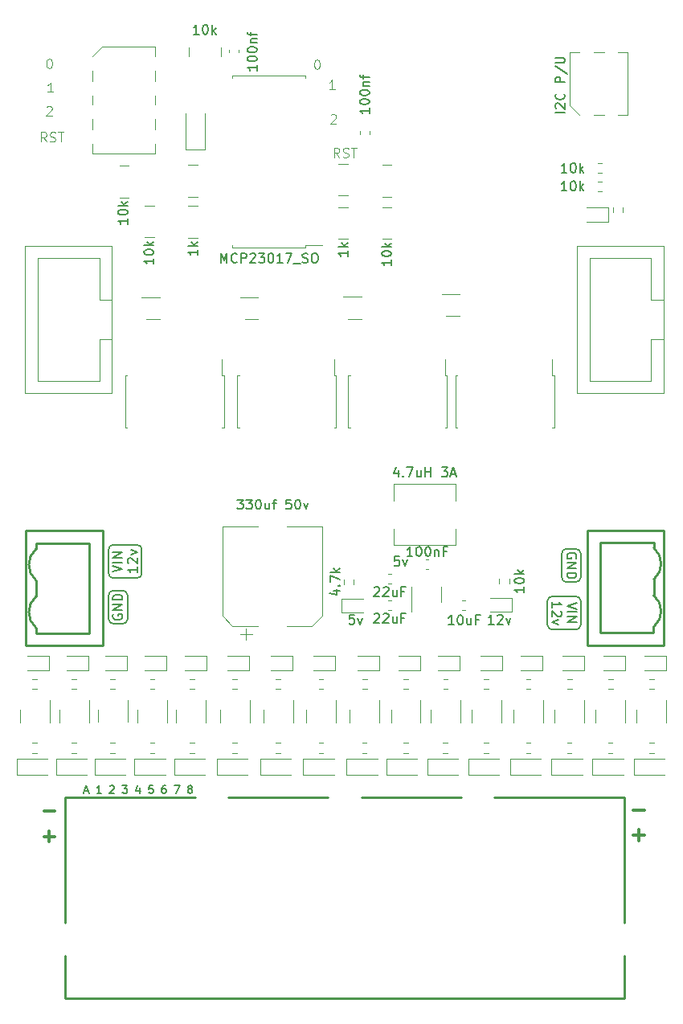
<source format=gto>
G04 #@! TF.GenerationSoftware,KiCad,Pcbnew,(6.0.9)*
G04 #@! TF.CreationDate,2023-11-09T13:34:06+05:30*
G04 #@! TF.ProjectId,Modular-I2C-4PxRJ45-Relay-Driver,4d6f6475-6c61-4722-9d49-32432d345078,2*
G04 #@! TF.SameCoordinates,Original*
G04 #@! TF.FileFunction,Legend,Top*
G04 #@! TF.FilePolarity,Positive*
%FSLAX46Y46*%
G04 Gerber Fmt 4.6, Leading zero omitted, Abs format (unit mm)*
G04 Created by KiCad (PCBNEW (6.0.9)) date 2023-11-09 13:34:06*
%MOMM*%
%LPD*%
G01*
G04 APERTURE LIST*
%ADD10C,0.150000*%
%ADD11C,0.200000*%
%ADD12C,0.125000*%
%ADD13C,0.300000*%
%ADD14C,0.120000*%
%ADD15C,0.254000*%
%ADD16C,0.100000*%
G04 APERTURE END LIST*
D10*
X126244900Y-84379400D02*
G75*
G03*
X126744900Y-83879400I0J500000D01*
G01*
X170992047Y-84489153D02*
G75*
G03*
X171492047Y-84989153I499953J-47D01*
G01*
X128244900Y-76564400D02*
G75*
G03*
X127744900Y-76064400I-500000J0D01*
G01*
X174492047Y-81989153D02*
X174492047Y-84489153D01*
X173992047Y-79989153D02*
X172992047Y-79989153D01*
X127744900Y-79564400D02*
X125244900Y-79564400D01*
X125244900Y-80879400D02*
G75*
G03*
X124744900Y-81379400I0J-500000D01*
G01*
X125244900Y-76064400D02*
X127744900Y-76064400D01*
X126744900Y-81379400D02*
G75*
G03*
X126244900Y-80879400I-500000J0D01*
G01*
X174492047Y-81989153D02*
G75*
G03*
X173992047Y-81489153I-500047J-47D01*
G01*
X173992047Y-79989247D02*
G75*
G03*
X174492047Y-79489153I-47J500047D01*
G01*
X171492047Y-81489247D02*
G75*
G03*
X170992047Y-81989153I-47J-499953D01*
G01*
X172492047Y-79489153D02*
G75*
G03*
X172992047Y-79989153I499953J-47D01*
G01*
X170992047Y-84489153D02*
X170992047Y-81989153D01*
X126744900Y-81379400D02*
X126744900Y-83879400D01*
X172492047Y-79489153D02*
X172492047Y-76989153D01*
X124744900Y-79064400D02*
X124744900Y-76564400D01*
X125244900Y-80879400D02*
X126244900Y-80879400D01*
X173992047Y-84989247D02*
G75*
G03*
X174492047Y-84489153I-47J500047D01*
G01*
X127744900Y-79564400D02*
G75*
G03*
X128244900Y-79064400I0J500000D01*
G01*
X124744900Y-83879400D02*
G75*
G03*
X125244900Y-84379400I500000J0D01*
G01*
X172992047Y-76489247D02*
G75*
G03*
X172492047Y-76989153I-47J-499953D01*
G01*
X173992047Y-76489153D02*
X172992047Y-76489153D01*
X173992047Y-84989153D02*
X171492047Y-84989153D01*
X171492047Y-81489153D02*
X173992047Y-81489153D01*
X174492047Y-79489153D02*
X174492047Y-76989153D01*
X124744900Y-81379400D02*
X124744900Y-83879400D01*
X125244900Y-84379400D02*
X126244900Y-84379400D01*
X124744900Y-79064400D02*
G75*
G03*
X125244900Y-79564400I500000J0D01*
G01*
X128244900Y-76564400D02*
X128244900Y-79064400D01*
X174492047Y-76989153D02*
G75*
G03*
X173992047Y-76489153I-500047J-47D01*
G01*
X125244900Y-76064400D02*
G75*
G03*
X124744900Y-76564400I0J-500000D01*
G01*
D11*
X122212809Y-101987333D02*
X122593761Y-101987333D01*
X122136619Y-102215904D02*
X122403285Y-101415904D01*
X122669952Y-102215904D01*
X123965190Y-102215904D02*
X123508047Y-102215904D01*
X123736619Y-102215904D02*
X123736619Y-101415904D01*
X123660428Y-101530190D01*
X123584238Y-101606380D01*
X123508047Y-101644476D01*
X124879476Y-101492095D02*
X124917571Y-101454000D01*
X124993761Y-101415904D01*
X125184238Y-101415904D01*
X125260428Y-101454000D01*
X125298523Y-101492095D01*
X125336619Y-101568285D01*
X125336619Y-101644476D01*
X125298523Y-101758761D01*
X124841380Y-102215904D01*
X125336619Y-102215904D01*
X126212809Y-101415904D02*
X126708047Y-101415904D01*
X126441380Y-101720666D01*
X126555666Y-101720666D01*
X126631857Y-101758761D01*
X126669952Y-101796857D01*
X126708047Y-101873047D01*
X126708047Y-102063523D01*
X126669952Y-102139714D01*
X126631857Y-102177809D01*
X126555666Y-102215904D01*
X126327095Y-102215904D01*
X126250904Y-102177809D01*
X126212809Y-102139714D01*
X128003285Y-101682571D02*
X128003285Y-102215904D01*
X127812809Y-101377809D02*
X127622333Y-101949238D01*
X128117571Y-101949238D01*
X129412809Y-101415904D02*
X129031857Y-101415904D01*
X128993761Y-101796857D01*
X129031857Y-101758761D01*
X129108047Y-101720666D01*
X129298523Y-101720666D01*
X129374714Y-101758761D01*
X129412809Y-101796857D01*
X129450904Y-101873047D01*
X129450904Y-102063523D01*
X129412809Y-102139714D01*
X129374714Y-102177809D01*
X129298523Y-102215904D01*
X129108047Y-102215904D01*
X129031857Y-102177809D01*
X128993761Y-102139714D01*
X130746142Y-101415904D02*
X130593761Y-101415904D01*
X130517571Y-101454000D01*
X130479476Y-101492095D01*
X130403285Y-101606380D01*
X130365190Y-101758761D01*
X130365190Y-102063523D01*
X130403285Y-102139714D01*
X130441380Y-102177809D01*
X130517571Y-102215904D01*
X130669952Y-102215904D01*
X130746142Y-102177809D01*
X130784238Y-102139714D01*
X130822333Y-102063523D01*
X130822333Y-101873047D01*
X130784238Y-101796857D01*
X130746142Y-101758761D01*
X130669952Y-101720666D01*
X130517571Y-101720666D01*
X130441380Y-101758761D01*
X130403285Y-101796857D01*
X130365190Y-101873047D01*
X131698523Y-101415904D02*
X132231857Y-101415904D01*
X131889000Y-102215904D01*
X133260428Y-101758761D02*
X133184238Y-101720666D01*
X133146142Y-101682571D01*
X133108047Y-101606380D01*
X133108047Y-101568285D01*
X133146142Y-101492095D01*
X133184238Y-101454000D01*
X133260428Y-101415904D01*
X133412809Y-101415904D01*
X133489000Y-101454000D01*
X133527095Y-101492095D01*
X133565190Y-101568285D01*
X133565190Y-101606380D01*
X133527095Y-101682571D01*
X133489000Y-101720666D01*
X133412809Y-101758761D01*
X133260428Y-101758761D01*
X133184238Y-101796857D01*
X133146142Y-101834952D01*
X133108047Y-101911142D01*
X133108047Y-102063523D01*
X133146142Y-102139714D01*
X133184238Y-102177809D01*
X133260428Y-102215904D01*
X133412809Y-102215904D01*
X133489000Y-102177809D01*
X133527095Y-102139714D01*
X133565190Y-102063523D01*
X133565190Y-101911142D01*
X133527095Y-101834952D01*
X133489000Y-101796857D01*
X133412809Y-101758761D01*
D12*
X118197380Y-33599380D02*
X117864047Y-33123190D01*
X117625952Y-33599380D02*
X117625952Y-32599380D01*
X118006904Y-32599380D01*
X118102142Y-32647000D01*
X118149761Y-32694619D01*
X118197380Y-32789857D01*
X118197380Y-32932714D01*
X118149761Y-33027952D01*
X118102142Y-33075571D01*
X118006904Y-33123190D01*
X117625952Y-33123190D01*
X118578333Y-33551761D02*
X118721190Y-33599380D01*
X118959285Y-33599380D01*
X119054523Y-33551761D01*
X119102142Y-33504142D01*
X119149761Y-33408904D01*
X119149761Y-33313666D01*
X119102142Y-33218428D01*
X119054523Y-33170809D01*
X118959285Y-33123190D01*
X118768809Y-33075571D01*
X118673571Y-33027952D01*
X118625952Y-32980333D01*
X118578333Y-32885095D01*
X118578333Y-32789857D01*
X118625952Y-32694619D01*
X118673571Y-32647000D01*
X118768809Y-32599380D01*
X119006904Y-32599380D01*
X119149761Y-32647000D01*
X119435476Y-32599380D02*
X120006904Y-32599380D01*
X119721190Y-33599380D02*
X119721190Y-32599380D01*
X148151885Y-30789619D02*
X148199504Y-30742000D01*
X148294742Y-30694380D01*
X148532838Y-30694380D01*
X148628076Y-30742000D01*
X148675695Y-30789619D01*
X148723314Y-30884857D01*
X148723314Y-30980095D01*
X148675695Y-31122952D01*
X148104266Y-31694380D01*
X148723314Y-31694380D01*
X118903714Y-28355180D02*
X118332285Y-28355180D01*
X118618000Y-28355180D02*
X118618000Y-27355180D01*
X118522761Y-27498038D01*
X118427523Y-27593276D01*
X118332285Y-27640895D01*
D13*
X180022571Y-103993142D02*
X181165428Y-103993142D01*
D10*
X173992047Y-77477248D02*
X174039666Y-77382010D01*
X174039666Y-77239153D01*
X173992047Y-77096295D01*
X173896808Y-77001057D01*
X173801570Y-76953438D01*
X173611094Y-76905819D01*
X173468237Y-76905819D01*
X173277761Y-76953438D01*
X173182523Y-77001057D01*
X173087285Y-77096295D01*
X173039666Y-77239153D01*
X173039666Y-77334391D01*
X173087285Y-77477248D01*
X173134904Y-77524867D01*
X173468237Y-77524867D01*
X173468237Y-77334391D01*
X173039666Y-77953438D02*
X174039666Y-77953438D01*
X173039666Y-78524867D01*
X174039666Y-78524867D01*
X173039666Y-79001057D02*
X174039666Y-79001057D01*
X174039666Y-79239153D01*
X173992047Y-79382010D01*
X173896808Y-79477248D01*
X173801570Y-79524867D01*
X173611094Y-79572486D01*
X173468237Y-79572486D01*
X173277761Y-79524867D01*
X173182523Y-79477248D01*
X173087285Y-79382010D01*
X173039666Y-79239153D01*
X173039666Y-79001057D01*
X126741180Y-41692438D02*
X126741180Y-42263866D01*
X126741180Y-41978152D02*
X125741180Y-41978152D01*
X125884038Y-42073390D01*
X125979276Y-42168628D01*
X126026895Y-42263866D01*
X125741180Y-41073390D02*
X125741180Y-40978152D01*
X125788800Y-40882914D01*
X125836419Y-40835295D01*
X125931657Y-40787676D01*
X126122133Y-40740057D01*
X126360228Y-40740057D01*
X126550704Y-40787676D01*
X126645942Y-40835295D01*
X126693561Y-40882914D01*
X126741180Y-40978152D01*
X126741180Y-41073390D01*
X126693561Y-41168628D01*
X126645942Y-41216247D01*
X126550704Y-41263866D01*
X126360228Y-41311485D01*
X126122133Y-41311485D01*
X125931657Y-41263866D01*
X125836419Y-41216247D01*
X125788800Y-41168628D01*
X125741180Y-41073390D01*
X126741180Y-40311485D02*
X125741180Y-40311485D01*
X126360228Y-40216247D02*
X126741180Y-39930533D01*
X126074514Y-39930533D02*
X126455466Y-40311485D01*
X172816780Y-30539961D02*
X171816780Y-30539961D01*
X171912019Y-30111390D02*
X171864400Y-30063771D01*
X171816780Y-29968533D01*
X171816780Y-29730438D01*
X171864400Y-29635200D01*
X171912019Y-29587580D01*
X172007257Y-29539961D01*
X172102495Y-29539961D01*
X172245352Y-29587580D01*
X172816780Y-30159009D01*
X172816780Y-29539961D01*
X172721542Y-28539961D02*
X172769161Y-28587580D01*
X172816780Y-28730438D01*
X172816780Y-28825676D01*
X172769161Y-28968533D01*
X172673923Y-29063771D01*
X172578685Y-29111390D01*
X172388209Y-29159009D01*
X172245352Y-29159009D01*
X172054876Y-29111390D01*
X171959638Y-29063771D01*
X171864400Y-28968533D01*
X171816780Y-28825676D01*
X171816780Y-28730438D01*
X171864400Y-28587580D01*
X171912019Y-28539961D01*
X172816780Y-27349485D02*
X171816780Y-27349485D01*
X171816780Y-26968533D01*
X171864400Y-26873295D01*
X171912019Y-26825676D01*
X172007257Y-26778057D01*
X172150114Y-26778057D01*
X172245352Y-26825676D01*
X172292971Y-26873295D01*
X172340590Y-26968533D01*
X172340590Y-27349485D01*
X171769161Y-25635200D02*
X173054876Y-26492342D01*
X171816780Y-25301866D02*
X172626304Y-25301866D01*
X172721542Y-25254247D01*
X172769161Y-25206628D01*
X172816780Y-25111390D01*
X172816780Y-24920914D01*
X172769161Y-24825676D01*
X172721542Y-24778057D01*
X172626304Y-24730438D01*
X171816780Y-24730438D01*
X174094666Y-82143914D02*
X173094666Y-82477248D01*
X174094666Y-82810581D01*
X173094666Y-83143914D02*
X174094666Y-83143914D01*
X173094666Y-83620105D02*
X174094666Y-83620105D01*
X173094666Y-84191533D01*
X174094666Y-84191533D01*
X171484666Y-82667724D02*
X171484666Y-82096295D01*
X171484666Y-82382010D02*
X172484666Y-82382010D01*
X172341808Y-82286772D01*
X172246570Y-82191533D01*
X172198951Y-82096295D01*
X172389427Y-83048676D02*
X172437047Y-83096295D01*
X172484666Y-83191533D01*
X172484666Y-83429629D01*
X172437047Y-83524867D01*
X172389427Y-83572486D01*
X172294189Y-83620105D01*
X172198951Y-83620105D01*
X172056094Y-83572486D01*
X171484666Y-83001057D01*
X171484666Y-83620105D01*
X172151332Y-83953438D02*
X171484666Y-84191533D01*
X172151332Y-84429629D01*
D13*
X180022571Y-106660142D02*
X181165428Y-106660142D01*
X180594000Y-107231571D02*
X180594000Y-106088714D01*
D10*
X125142280Y-78909638D02*
X126142280Y-78576304D01*
X125142280Y-78242971D01*
X126142280Y-77909638D02*
X125142280Y-77909638D01*
X126142280Y-77433447D02*
X125142280Y-77433447D01*
X126142280Y-76862019D01*
X125142280Y-76862019D01*
X127752280Y-78385828D02*
X127752280Y-78957257D01*
X127752280Y-78671542D02*
X126752280Y-78671542D01*
X126895138Y-78766780D01*
X126990376Y-78862019D01*
X127037995Y-78957257D01*
X126847519Y-78004876D02*
X126799900Y-77957257D01*
X126752280Y-77862019D01*
X126752280Y-77623923D01*
X126799900Y-77528685D01*
X126847519Y-77481066D01*
X126942757Y-77433447D01*
X127037995Y-77433447D01*
X127180852Y-77481066D01*
X127752280Y-78052495D01*
X127752280Y-77433447D01*
X127085614Y-77100114D02*
X127752280Y-76862019D01*
X127085614Y-76623923D01*
D12*
X146660730Y-24955180D02*
X146755969Y-24955180D01*
X146851207Y-25002800D01*
X146898826Y-25050419D01*
X146946445Y-25145657D01*
X146994064Y-25336133D01*
X146994064Y-25574228D01*
X146946445Y-25764704D01*
X146898826Y-25859942D01*
X146851207Y-25907561D01*
X146755969Y-25955180D01*
X146660730Y-25955180D01*
X146565492Y-25907561D01*
X146517873Y-25859942D01*
X146470254Y-25764704D01*
X146422635Y-25574228D01*
X146422635Y-25336133D01*
X146470254Y-25145657D01*
X146517873Y-25050419D01*
X146565492Y-25002800D01*
X146660730Y-24955180D01*
X118205285Y-29950419D02*
X118252904Y-29902800D01*
X118348142Y-29855180D01*
X118586238Y-29855180D01*
X118681476Y-29902800D01*
X118729095Y-29950419D01*
X118776714Y-30045657D01*
X118776714Y-30140895D01*
X118729095Y-30283752D01*
X118157666Y-30855180D01*
X118776714Y-30855180D01*
X148570914Y-28087580D02*
X147999485Y-28087580D01*
X148285200Y-28087580D02*
X148285200Y-27087580D01*
X148189961Y-27230438D01*
X148094723Y-27325676D01*
X147999485Y-27373295D01*
D10*
X125244900Y-83391304D02*
X125197280Y-83486542D01*
X125197280Y-83629400D01*
X125244900Y-83772257D01*
X125340138Y-83867495D01*
X125435376Y-83915114D01*
X125625852Y-83962733D01*
X125768709Y-83962733D01*
X125959185Y-83915114D01*
X126054423Y-83867495D01*
X126149661Y-83772257D01*
X126197280Y-83629400D01*
X126197280Y-83534161D01*
X126149661Y-83391304D01*
X126102042Y-83343685D01*
X125768709Y-83343685D01*
X125768709Y-83534161D01*
X126197280Y-82915114D02*
X125197280Y-82915114D01*
X126197280Y-82343685D01*
X125197280Y-82343685D01*
X126197280Y-81867495D02*
X125197280Y-81867495D01*
X125197280Y-81629400D01*
X125244900Y-81486542D01*
X125340138Y-81391304D01*
X125435376Y-81343685D01*
X125625852Y-81296066D01*
X125768709Y-81296066D01*
X125959185Y-81343685D01*
X126054423Y-81391304D01*
X126149661Y-81486542D01*
X126197280Y-81629400D01*
X126197280Y-81867495D01*
D12*
X149058380Y-35250380D02*
X148725047Y-34774190D01*
X148486952Y-35250380D02*
X148486952Y-34250380D01*
X148867904Y-34250380D01*
X148963142Y-34298000D01*
X149010761Y-34345619D01*
X149058380Y-34440857D01*
X149058380Y-34583714D01*
X149010761Y-34678952D01*
X148963142Y-34726571D01*
X148867904Y-34774190D01*
X148486952Y-34774190D01*
X149439333Y-35202761D02*
X149582190Y-35250380D01*
X149820285Y-35250380D01*
X149915523Y-35202761D01*
X149963142Y-35155142D01*
X150010761Y-35059904D01*
X150010761Y-34964666D01*
X149963142Y-34869428D01*
X149915523Y-34821809D01*
X149820285Y-34774190D01*
X149629809Y-34726571D01*
X149534571Y-34678952D01*
X149486952Y-34631333D01*
X149439333Y-34536095D01*
X149439333Y-34440857D01*
X149486952Y-34345619D01*
X149534571Y-34298000D01*
X149629809Y-34250380D01*
X149867904Y-34250380D01*
X150010761Y-34298000D01*
X150296476Y-34250380D02*
X150867904Y-34250380D01*
X150582190Y-35250380D02*
X150582190Y-34250380D01*
D13*
X117919571Y-106787142D02*
X119062428Y-106787142D01*
X118491000Y-107358571D02*
X118491000Y-106215714D01*
X117919571Y-104120142D02*
X119062428Y-104120142D01*
D12*
X118443380Y-24855180D02*
X118538619Y-24855180D01*
X118633857Y-24902800D01*
X118681476Y-24950419D01*
X118729095Y-25045657D01*
X118776714Y-25236133D01*
X118776714Y-25474228D01*
X118729095Y-25664704D01*
X118681476Y-25759942D01*
X118633857Y-25807561D01*
X118538619Y-25855180D01*
X118443380Y-25855180D01*
X118348142Y-25807561D01*
X118300523Y-25759942D01*
X118252904Y-25664704D01*
X118205285Y-25474228D01*
X118205285Y-25236133D01*
X118252904Y-25045657D01*
X118300523Y-24950419D01*
X118348142Y-24902800D01*
X118443380Y-24855180D01*
D10*
X165341371Y-84424780D02*
X164769942Y-84424780D01*
X165055657Y-84424780D02*
X165055657Y-83424780D01*
X164960419Y-83567638D01*
X164865180Y-83662876D01*
X164769942Y-83710495D01*
X165722323Y-83520019D02*
X165769942Y-83472400D01*
X165865180Y-83424780D01*
X166103276Y-83424780D01*
X166198514Y-83472400D01*
X166246133Y-83520019D01*
X166293752Y-83615257D01*
X166293752Y-83710495D01*
X166246133Y-83853352D01*
X165674704Y-84424780D01*
X166293752Y-84424780D01*
X166627085Y-83758114D02*
X166865180Y-84424780D01*
X167103276Y-83758114D01*
X129484380Y-45908838D02*
X129484380Y-46480266D01*
X129484380Y-46194552D02*
X128484380Y-46194552D01*
X128627238Y-46289790D01*
X128722476Y-46385028D01*
X128770095Y-46480266D01*
X128484380Y-45289790D02*
X128484380Y-45194552D01*
X128532000Y-45099314D01*
X128579619Y-45051695D01*
X128674857Y-45004076D01*
X128865333Y-44956457D01*
X129103428Y-44956457D01*
X129293904Y-45004076D01*
X129389142Y-45051695D01*
X129436761Y-45099314D01*
X129484380Y-45194552D01*
X129484380Y-45289790D01*
X129436761Y-45385028D01*
X129389142Y-45432647D01*
X129293904Y-45480266D01*
X129103428Y-45527885D01*
X128865333Y-45527885D01*
X128674857Y-45480266D01*
X128579619Y-45432647D01*
X128532000Y-45385028D01*
X128484380Y-45289790D01*
X129484380Y-44527885D02*
X128484380Y-44527885D01*
X129103428Y-44432647D02*
X129484380Y-44146933D01*
X128817714Y-44146933D02*
X129198666Y-44527885D01*
X168522180Y-80503638D02*
X168522180Y-81075066D01*
X168522180Y-80789352D02*
X167522180Y-80789352D01*
X167665038Y-80884590D01*
X167760276Y-80979828D01*
X167807895Y-81075066D01*
X167522180Y-79884590D02*
X167522180Y-79789352D01*
X167569800Y-79694114D01*
X167617419Y-79646495D01*
X167712657Y-79598876D01*
X167903133Y-79551257D01*
X168141228Y-79551257D01*
X168331704Y-79598876D01*
X168426942Y-79646495D01*
X168474561Y-79694114D01*
X168522180Y-79789352D01*
X168522180Y-79884590D01*
X168474561Y-79979828D01*
X168426942Y-80027447D01*
X168331704Y-80075066D01*
X168141228Y-80122685D01*
X167903133Y-80122685D01*
X167712657Y-80075066D01*
X167617419Y-80027447D01*
X167569800Y-79979828D01*
X167522180Y-79884590D01*
X168522180Y-79122685D02*
X167522180Y-79122685D01*
X168141228Y-79027447D02*
X168522180Y-78741733D01*
X167855514Y-78741733D02*
X168236466Y-79122685D01*
X150631542Y-83424780D02*
X150155352Y-83424780D01*
X150107733Y-83900971D01*
X150155352Y-83853352D01*
X150250590Y-83805733D01*
X150488685Y-83805733D01*
X150583923Y-83853352D01*
X150631542Y-83900971D01*
X150679161Y-83996209D01*
X150679161Y-84234304D01*
X150631542Y-84329542D01*
X150583923Y-84377161D01*
X150488685Y-84424780D01*
X150250590Y-84424780D01*
X150155352Y-84377161D01*
X150107733Y-84329542D01*
X151012495Y-83758114D02*
X151250590Y-84424780D01*
X151488685Y-83758114D01*
X140374380Y-25527561D02*
X140374380Y-26098990D01*
X140374380Y-25813276D02*
X139374380Y-25813276D01*
X139517238Y-25908514D01*
X139612476Y-26003752D01*
X139660095Y-26098990D01*
X139374380Y-24908514D02*
X139374380Y-24813276D01*
X139422000Y-24718038D01*
X139469619Y-24670419D01*
X139564857Y-24622800D01*
X139755333Y-24575180D01*
X139993428Y-24575180D01*
X140183904Y-24622800D01*
X140279142Y-24670419D01*
X140326761Y-24718038D01*
X140374380Y-24813276D01*
X140374380Y-24908514D01*
X140326761Y-25003752D01*
X140279142Y-25051371D01*
X140183904Y-25098990D01*
X139993428Y-25146609D01*
X139755333Y-25146609D01*
X139564857Y-25098990D01*
X139469619Y-25051371D01*
X139422000Y-25003752D01*
X139374380Y-24908514D01*
X139374380Y-23956133D02*
X139374380Y-23860895D01*
X139422000Y-23765657D01*
X139469619Y-23718038D01*
X139564857Y-23670419D01*
X139755333Y-23622800D01*
X139993428Y-23622800D01*
X140183904Y-23670419D01*
X140279142Y-23718038D01*
X140326761Y-23765657D01*
X140374380Y-23860895D01*
X140374380Y-23956133D01*
X140326761Y-24051371D01*
X140279142Y-24098990D01*
X140183904Y-24146609D01*
X139993428Y-24194228D01*
X139755333Y-24194228D01*
X139564857Y-24146609D01*
X139469619Y-24098990D01*
X139422000Y-24051371D01*
X139374380Y-23956133D01*
X139707714Y-23194228D02*
X140374380Y-23194228D01*
X139802952Y-23194228D02*
X139755333Y-23146609D01*
X139707714Y-23051371D01*
X139707714Y-22908514D01*
X139755333Y-22813276D01*
X139850571Y-22765657D01*
X140374380Y-22765657D01*
X139707714Y-22432323D02*
X139707714Y-22051371D01*
X140374380Y-22289466D02*
X139517238Y-22289466D01*
X139422000Y-22241847D01*
X139374380Y-22146609D01*
X139374380Y-22051371D01*
X134278761Y-22282380D02*
X133707333Y-22282380D01*
X133993047Y-22282380D02*
X133993047Y-21282380D01*
X133897809Y-21425238D01*
X133802571Y-21520476D01*
X133707333Y-21568095D01*
X134897809Y-21282380D02*
X134993047Y-21282380D01*
X135088285Y-21330000D01*
X135135904Y-21377619D01*
X135183523Y-21472857D01*
X135231142Y-21663333D01*
X135231142Y-21901428D01*
X135183523Y-22091904D01*
X135135904Y-22187142D01*
X135088285Y-22234761D01*
X134993047Y-22282380D01*
X134897809Y-22282380D01*
X134802571Y-22234761D01*
X134754952Y-22187142D01*
X134707333Y-22091904D01*
X134659714Y-21901428D01*
X134659714Y-21663333D01*
X134707333Y-21472857D01*
X134754952Y-21377619D01*
X134802571Y-21330000D01*
X134897809Y-21282380D01*
X135659714Y-22282380D02*
X135659714Y-21282380D01*
X135754952Y-21901428D02*
X136040666Y-22282380D01*
X136040666Y-21615714D02*
X135659714Y-21996666D01*
X161132971Y-84475580D02*
X160561542Y-84475580D01*
X160847257Y-84475580D02*
X160847257Y-83475580D01*
X160752019Y-83618438D01*
X160656780Y-83713676D01*
X160561542Y-83761295D01*
X161752019Y-83475580D02*
X161847257Y-83475580D01*
X161942495Y-83523200D01*
X161990114Y-83570819D01*
X162037733Y-83666057D01*
X162085352Y-83856533D01*
X162085352Y-84094628D01*
X162037733Y-84285104D01*
X161990114Y-84380342D01*
X161942495Y-84427961D01*
X161847257Y-84475580D01*
X161752019Y-84475580D01*
X161656780Y-84427961D01*
X161609161Y-84380342D01*
X161561542Y-84285104D01*
X161513923Y-84094628D01*
X161513923Y-83856533D01*
X161561542Y-83666057D01*
X161609161Y-83570819D01*
X161656780Y-83523200D01*
X161752019Y-83475580D01*
X162942495Y-83808914D02*
X162942495Y-84475580D01*
X162513923Y-83808914D02*
X162513923Y-84332723D01*
X162561542Y-84427961D01*
X162656780Y-84475580D01*
X162799638Y-84475580D01*
X162894876Y-84427961D01*
X162942495Y-84380342D01*
X163752019Y-83951771D02*
X163418685Y-83951771D01*
X163418685Y-84475580D02*
X163418685Y-83475580D01*
X163894876Y-83475580D01*
X173028111Y-36848680D02*
X172456683Y-36848680D01*
X172742397Y-36848680D02*
X172742397Y-35848680D01*
X172647159Y-35991538D01*
X172551921Y-36086776D01*
X172456683Y-36134395D01*
X173647159Y-35848680D02*
X173742397Y-35848680D01*
X173837635Y-35896300D01*
X173885254Y-35943919D01*
X173932873Y-36039157D01*
X173980492Y-36229633D01*
X173980492Y-36467728D01*
X173932873Y-36658204D01*
X173885254Y-36753442D01*
X173837635Y-36801061D01*
X173742397Y-36848680D01*
X173647159Y-36848680D01*
X173551921Y-36801061D01*
X173504302Y-36753442D01*
X173456683Y-36658204D01*
X173409064Y-36467728D01*
X173409064Y-36229633D01*
X173456683Y-36039157D01*
X173504302Y-35943919D01*
X173551921Y-35896300D01*
X173647159Y-35848680D01*
X174409064Y-36848680D02*
X174409064Y-35848680D01*
X174504302Y-36467728D02*
X174790016Y-36848680D01*
X174790016Y-36182014D02*
X174409064Y-36562966D01*
X155368342Y-77290380D02*
X154892152Y-77290380D01*
X154844533Y-77766571D01*
X154892152Y-77718952D01*
X154987390Y-77671333D01*
X155225485Y-77671333D01*
X155320723Y-77718952D01*
X155368342Y-77766571D01*
X155415961Y-77861809D01*
X155415961Y-78099904D01*
X155368342Y-78195142D01*
X155320723Y-78242761D01*
X155225485Y-78290380D01*
X154987390Y-78290380D01*
X154892152Y-78242761D01*
X154844533Y-78195142D01*
X155749295Y-77623714D02*
X155987390Y-78290380D01*
X156225485Y-77623714D01*
X152738342Y-80593619D02*
X152785961Y-80546000D01*
X152881200Y-80498380D01*
X153119295Y-80498380D01*
X153214533Y-80546000D01*
X153262152Y-80593619D01*
X153309771Y-80688857D01*
X153309771Y-80784095D01*
X153262152Y-80926952D01*
X152690723Y-81498380D01*
X153309771Y-81498380D01*
X153690723Y-80593619D02*
X153738342Y-80546000D01*
X153833580Y-80498380D01*
X154071676Y-80498380D01*
X154166914Y-80546000D01*
X154214533Y-80593619D01*
X154262152Y-80688857D01*
X154262152Y-80784095D01*
X154214533Y-80926952D01*
X153643104Y-81498380D01*
X154262152Y-81498380D01*
X155119295Y-80831714D02*
X155119295Y-81498380D01*
X154690723Y-80831714D02*
X154690723Y-81355523D01*
X154738342Y-81450761D01*
X154833580Y-81498380D01*
X154976438Y-81498380D01*
X155071676Y-81450761D01*
X155119295Y-81403142D01*
X155928819Y-80974571D02*
X155595485Y-80974571D01*
X155595485Y-81498380D02*
X155595485Y-80498380D01*
X156071676Y-80498380D01*
X152725342Y-83387619D02*
X152772961Y-83340000D01*
X152868200Y-83292380D01*
X153106295Y-83292380D01*
X153201533Y-83340000D01*
X153249152Y-83387619D01*
X153296771Y-83482857D01*
X153296771Y-83578095D01*
X153249152Y-83720952D01*
X152677723Y-84292380D01*
X153296771Y-84292380D01*
X153677723Y-83387619D02*
X153725342Y-83340000D01*
X153820580Y-83292380D01*
X154058676Y-83292380D01*
X154153914Y-83340000D01*
X154201533Y-83387619D01*
X154249152Y-83482857D01*
X154249152Y-83578095D01*
X154201533Y-83720952D01*
X153630104Y-84292380D01*
X154249152Y-84292380D01*
X155106295Y-83625714D02*
X155106295Y-84292380D01*
X154677723Y-83625714D02*
X154677723Y-84149523D01*
X154725342Y-84244761D01*
X154820580Y-84292380D01*
X154963438Y-84292380D01*
X155058676Y-84244761D01*
X155106295Y-84197142D01*
X155915819Y-83768571D02*
X155582485Y-83768571D01*
X155582485Y-84292380D02*
X155582485Y-83292380D01*
X156058676Y-83292380D01*
X155265485Y-68220714D02*
X155265485Y-68887380D01*
X155027390Y-67839761D02*
X154789295Y-68554047D01*
X155408342Y-68554047D01*
X155789295Y-68792142D02*
X155836914Y-68839761D01*
X155789295Y-68887380D01*
X155741676Y-68839761D01*
X155789295Y-68792142D01*
X155789295Y-68887380D01*
X156170247Y-67887380D02*
X156836914Y-67887380D01*
X156408342Y-68887380D01*
X157646438Y-68220714D02*
X157646438Y-68887380D01*
X157217866Y-68220714D02*
X157217866Y-68744523D01*
X157265485Y-68839761D01*
X157360723Y-68887380D01*
X157503580Y-68887380D01*
X157598819Y-68839761D01*
X157646438Y-68792142D01*
X158122628Y-68887380D02*
X158122628Y-67887380D01*
X158122628Y-68363571D02*
X158694057Y-68363571D01*
X158694057Y-68887380D02*
X158694057Y-67887380D01*
X159836914Y-67887380D02*
X160455961Y-67887380D01*
X160122628Y-68268333D01*
X160265485Y-68268333D01*
X160360723Y-68315952D01*
X160408342Y-68363571D01*
X160455961Y-68458809D01*
X160455961Y-68696904D01*
X160408342Y-68792142D01*
X160360723Y-68839761D01*
X160265485Y-68887380D01*
X159979771Y-68887380D01*
X159884533Y-68839761D01*
X159836914Y-68792142D01*
X160836914Y-68601666D02*
X161313104Y-68601666D01*
X160741676Y-68887380D02*
X161075009Y-67887380D01*
X161408342Y-68887380D01*
X138297904Y-71301980D02*
X138916952Y-71301980D01*
X138583619Y-71682933D01*
X138726476Y-71682933D01*
X138821714Y-71730552D01*
X138869333Y-71778171D01*
X138916952Y-71873409D01*
X138916952Y-72111504D01*
X138869333Y-72206742D01*
X138821714Y-72254361D01*
X138726476Y-72301980D01*
X138440761Y-72301980D01*
X138345523Y-72254361D01*
X138297904Y-72206742D01*
X139250285Y-71301980D02*
X139869333Y-71301980D01*
X139536000Y-71682933D01*
X139678857Y-71682933D01*
X139774095Y-71730552D01*
X139821714Y-71778171D01*
X139869333Y-71873409D01*
X139869333Y-72111504D01*
X139821714Y-72206742D01*
X139774095Y-72254361D01*
X139678857Y-72301980D01*
X139393142Y-72301980D01*
X139297904Y-72254361D01*
X139250285Y-72206742D01*
X140488380Y-71301980D02*
X140583619Y-71301980D01*
X140678857Y-71349600D01*
X140726476Y-71397219D01*
X140774095Y-71492457D01*
X140821714Y-71682933D01*
X140821714Y-71921028D01*
X140774095Y-72111504D01*
X140726476Y-72206742D01*
X140678857Y-72254361D01*
X140583619Y-72301980D01*
X140488380Y-72301980D01*
X140393142Y-72254361D01*
X140345523Y-72206742D01*
X140297904Y-72111504D01*
X140250285Y-71921028D01*
X140250285Y-71682933D01*
X140297904Y-71492457D01*
X140345523Y-71397219D01*
X140393142Y-71349600D01*
X140488380Y-71301980D01*
X141678857Y-71635314D02*
X141678857Y-72301980D01*
X141250285Y-71635314D02*
X141250285Y-72159123D01*
X141297904Y-72254361D01*
X141393142Y-72301980D01*
X141536000Y-72301980D01*
X141631238Y-72254361D01*
X141678857Y-72206742D01*
X142012190Y-71635314D02*
X142393142Y-71635314D01*
X142155047Y-72301980D02*
X142155047Y-71444838D01*
X142202666Y-71349600D01*
X142297904Y-71301980D01*
X142393142Y-71301980D01*
X143964571Y-71301980D02*
X143488380Y-71301980D01*
X143440761Y-71778171D01*
X143488380Y-71730552D01*
X143583619Y-71682933D01*
X143821714Y-71682933D01*
X143916952Y-71730552D01*
X143964571Y-71778171D01*
X144012190Y-71873409D01*
X144012190Y-72111504D01*
X143964571Y-72206742D01*
X143916952Y-72254361D01*
X143821714Y-72301980D01*
X143583619Y-72301980D01*
X143488380Y-72254361D01*
X143440761Y-72206742D01*
X144631238Y-71301980D02*
X144726476Y-71301980D01*
X144821714Y-71349600D01*
X144869333Y-71397219D01*
X144916952Y-71492457D01*
X144964571Y-71682933D01*
X144964571Y-71921028D01*
X144916952Y-72111504D01*
X144869333Y-72206742D01*
X144821714Y-72254361D01*
X144726476Y-72301980D01*
X144631238Y-72301980D01*
X144536000Y-72254361D01*
X144488380Y-72206742D01*
X144440761Y-72111504D01*
X144393142Y-71921028D01*
X144393142Y-71682933D01*
X144440761Y-71492457D01*
X144488380Y-71397219D01*
X144536000Y-71349600D01*
X144631238Y-71301980D01*
X145297904Y-71635314D02*
X145536000Y-72301980D01*
X145774095Y-71635314D01*
X173028111Y-38753680D02*
X172456683Y-38753680D01*
X172742397Y-38753680D02*
X172742397Y-37753680D01*
X172647159Y-37896538D01*
X172551921Y-37991776D01*
X172456683Y-38039395D01*
X173647159Y-37753680D02*
X173742397Y-37753680D01*
X173837635Y-37801300D01*
X173885254Y-37848919D01*
X173932873Y-37944157D01*
X173980492Y-38134633D01*
X173980492Y-38372728D01*
X173932873Y-38563204D01*
X173885254Y-38658442D01*
X173837635Y-38706061D01*
X173742397Y-38753680D01*
X173647159Y-38753680D01*
X173551921Y-38706061D01*
X173504302Y-38658442D01*
X173456683Y-38563204D01*
X173409064Y-38372728D01*
X173409064Y-38134633D01*
X173456683Y-37944157D01*
X173504302Y-37848919D01*
X173551921Y-37801300D01*
X173647159Y-37753680D01*
X174409064Y-38753680D02*
X174409064Y-37753680D01*
X174504302Y-38372728D02*
X174790016Y-38753680D01*
X174790016Y-38087014D02*
X174409064Y-38467966D01*
X136554761Y-46353380D02*
X136554761Y-45353380D01*
X136888095Y-46067666D01*
X137221428Y-45353380D01*
X137221428Y-46353380D01*
X138269047Y-46258142D02*
X138221428Y-46305761D01*
X138078571Y-46353380D01*
X137983333Y-46353380D01*
X137840476Y-46305761D01*
X137745238Y-46210523D01*
X137697619Y-46115285D01*
X137650000Y-45924809D01*
X137650000Y-45781952D01*
X137697619Y-45591476D01*
X137745238Y-45496238D01*
X137840476Y-45401000D01*
X137983333Y-45353380D01*
X138078571Y-45353380D01*
X138221428Y-45401000D01*
X138269047Y-45448619D01*
X138697619Y-46353380D02*
X138697619Y-45353380D01*
X139078571Y-45353380D01*
X139173809Y-45401000D01*
X139221428Y-45448619D01*
X139269047Y-45543857D01*
X139269047Y-45686714D01*
X139221428Y-45781952D01*
X139173809Y-45829571D01*
X139078571Y-45877190D01*
X138697619Y-45877190D01*
X139650000Y-45448619D02*
X139697619Y-45401000D01*
X139792857Y-45353380D01*
X140030952Y-45353380D01*
X140126190Y-45401000D01*
X140173809Y-45448619D01*
X140221428Y-45543857D01*
X140221428Y-45639095D01*
X140173809Y-45781952D01*
X139602380Y-46353380D01*
X140221428Y-46353380D01*
X140554761Y-45353380D02*
X141173809Y-45353380D01*
X140840476Y-45734333D01*
X140983333Y-45734333D01*
X141078571Y-45781952D01*
X141126190Y-45829571D01*
X141173809Y-45924809D01*
X141173809Y-46162904D01*
X141126190Y-46258142D01*
X141078571Y-46305761D01*
X140983333Y-46353380D01*
X140697619Y-46353380D01*
X140602380Y-46305761D01*
X140554761Y-46258142D01*
X141792857Y-45353380D02*
X141888095Y-45353380D01*
X141983333Y-45401000D01*
X142030952Y-45448619D01*
X142078571Y-45543857D01*
X142126190Y-45734333D01*
X142126190Y-45972428D01*
X142078571Y-46162904D01*
X142030952Y-46258142D01*
X141983333Y-46305761D01*
X141888095Y-46353380D01*
X141792857Y-46353380D01*
X141697619Y-46305761D01*
X141650000Y-46258142D01*
X141602380Y-46162904D01*
X141554761Y-45972428D01*
X141554761Y-45734333D01*
X141602380Y-45543857D01*
X141650000Y-45448619D01*
X141697619Y-45401000D01*
X141792857Y-45353380D01*
X143078571Y-46353380D02*
X142507142Y-46353380D01*
X142792857Y-46353380D02*
X142792857Y-45353380D01*
X142697619Y-45496238D01*
X142602380Y-45591476D01*
X142507142Y-45639095D01*
X143411904Y-45353380D02*
X144078571Y-45353380D01*
X143650000Y-46353380D01*
X144221428Y-46448619D02*
X144983333Y-46448619D01*
X145173809Y-46305761D02*
X145316666Y-46353380D01*
X145554761Y-46353380D01*
X145650000Y-46305761D01*
X145697619Y-46258142D01*
X145745238Y-46162904D01*
X145745238Y-46067666D01*
X145697619Y-45972428D01*
X145650000Y-45924809D01*
X145554761Y-45877190D01*
X145364285Y-45829571D01*
X145269047Y-45781952D01*
X145221428Y-45734333D01*
X145173809Y-45639095D01*
X145173809Y-45543857D01*
X145221428Y-45448619D01*
X145269047Y-45401000D01*
X145364285Y-45353380D01*
X145602380Y-45353380D01*
X145745238Y-45401000D01*
X146364285Y-45353380D02*
X146554761Y-45353380D01*
X146650000Y-45401000D01*
X146745238Y-45496238D01*
X146792857Y-45686714D01*
X146792857Y-46020047D01*
X146745238Y-46210523D01*
X146650000Y-46305761D01*
X146554761Y-46353380D01*
X146364285Y-46353380D01*
X146269047Y-46305761D01*
X146173809Y-46210523D01*
X146126190Y-46020047D01*
X146126190Y-45686714D01*
X146173809Y-45496238D01*
X146269047Y-45401000D01*
X146364285Y-45353380D01*
X154528780Y-46059238D02*
X154528780Y-46630666D01*
X154528780Y-46344952D02*
X153528780Y-46344952D01*
X153671638Y-46440190D01*
X153766876Y-46535428D01*
X153814495Y-46630666D01*
X153528780Y-45440190D02*
X153528780Y-45344952D01*
X153576400Y-45249714D01*
X153624019Y-45202095D01*
X153719257Y-45154476D01*
X153909733Y-45106857D01*
X154147828Y-45106857D01*
X154338304Y-45154476D01*
X154433542Y-45202095D01*
X154481161Y-45249714D01*
X154528780Y-45344952D01*
X154528780Y-45440190D01*
X154481161Y-45535428D01*
X154433542Y-45583047D01*
X154338304Y-45630666D01*
X154147828Y-45678285D01*
X153909733Y-45678285D01*
X153719257Y-45630666D01*
X153624019Y-45583047D01*
X153576400Y-45535428D01*
X153528780Y-45440190D01*
X154528780Y-44678285D02*
X153528780Y-44678285D01*
X154147828Y-44583047D02*
X154528780Y-44297333D01*
X153862114Y-44297333D02*
X154243066Y-44678285D01*
X149931380Y-45083035D02*
X149931380Y-45654464D01*
X149931380Y-45368749D02*
X148931380Y-45368749D01*
X149074238Y-45463988D01*
X149169476Y-45559226D01*
X149217095Y-45654464D01*
X149931380Y-44654464D02*
X148931380Y-44654464D01*
X149550428Y-44559226D02*
X149931380Y-44273511D01*
X149264714Y-44273511D02*
X149645666Y-44654464D01*
X134107180Y-44981447D02*
X134107180Y-45552876D01*
X134107180Y-45267161D02*
X133107180Y-45267161D01*
X133250038Y-45362400D01*
X133345276Y-45457638D01*
X133392895Y-45552876D01*
X134107180Y-44552876D02*
X133107180Y-44552876D01*
X133726228Y-44457638D02*
X134107180Y-44171923D01*
X133440514Y-44171923D02*
X133821466Y-44552876D01*
X156770580Y-77261980D02*
X156199152Y-77261980D01*
X156484866Y-77261980D02*
X156484866Y-76261980D01*
X156389628Y-76404838D01*
X156294390Y-76500076D01*
X156199152Y-76547695D01*
X157389628Y-76261980D02*
X157484866Y-76261980D01*
X157580104Y-76309600D01*
X157627723Y-76357219D01*
X157675342Y-76452457D01*
X157722961Y-76642933D01*
X157722961Y-76881028D01*
X157675342Y-77071504D01*
X157627723Y-77166742D01*
X157580104Y-77214361D01*
X157484866Y-77261980D01*
X157389628Y-77261980D01*
X157294390Y-77214361D01*
X157246771Y-77166742D01*
X157199152Y-77071504D01*
X157151533Y-76881028D01*
X157151533Y-76642933D01*
X157199152Y-76452457D01*
X157246771Y-76357219D01*
X157294390Y-76309600D01*
X157389628Y-76261980D01*
X158342009Y-76261980D02*
X158437247Y-76261980D01*
X158532485Y-76309600D01*
X158580104Y-76357219D01*
X158627723Y-76452457D01*
X158675342Y-76642933D01*
X158675342Y-76881028D01*
X158627723Y-77071504D01*
X158580104Y-77166742D01*
X158532485Y-77214361D01*
X158437247Y-77261980D01*
X158342009Y-77261980D01*
X158246771Y-77214361D01*
X158199152Y-77166742D01*
X158151533Y-77071504D01*
X158103914Y-76881028D01*
X158103914Y-76642933D01*
X158151533Y-76452457D01*
X158199152Y-76357219D01*
X158246771Y-76309600D01*
X158342009Y-76261980D01*
X159103914Y-76595314D02*
X159103914Y-77261980D01*
X159103914Y-76690552D02*
X159151533Y-76642933D01*
X159246771Y-76595314D01*
X159389628Y-76595314D01*
X159484866Y-76642933D01*
X159532485Y-76738171D01*
X159532485Y-77261980D01*
X160342009Y-76738171D02*
X160008676Y-76738171D01*
X160008676Y-77261980D02*
X160008676Y-76261980D01*
X160484866Y-76261980D01*
X152217380Y-30043761D02*
X152217380Y-30615190D01*
X152217380Y-30329476D02*
X151217380Y-30329476D01*
X151360238Y-30424714D01*
X151455476Y-30519952D01*
X151503095Y-30615190D01*
X151217380Y-29424714D02*
X151217380Y-29329476D01*
X151265000Y-29234238D01*
X151312619Y-29186619D01*
X151407857Y-29139000D01*
X151598333Y-29091380D01*
X151836428Y-29091380D01*
X152026904Y-29139000D01*
X152122142Y-29186619D01*
X152169761Y-29234238D01*
X152217380Y-29329476D01*
X152217380Y-29424714D01*
X152169761Y-29519952D01*
X152122142Y-29567571D01*
X152026904Y-29615190D01*
X151836428Y-29662809D01*
X151598333Y-29662809D01*
X151407857Y-29615190D01*
X151312619Y-29567571D01*
X151265000Y-29519952D01*
X151217380Y-29424714D01*
X151217380Y-28472333D02*
X151217380Y-28377095D01*
X151265000Y-28281857D01*
X151312619Y-28234238D01*
X151407857Y-28186619D01*
X151598333Y-28139000D01*
X151836428Y-28139000D01*
X152026904Y-28186619D01*
X152122142Y-28234238D01*
X152169761Y-28281857D01*
X152217380Y-28377095D01*
X152217380Y-28472333D01*
X152169761Y-28567571D01*
X152122142Y-28615190D01*
X152026904Y-28662809D01*
X151836428Y-28710428D01*
X151598333Y-28710428D01*
X151407857Y-28662809D01*
X151312619Y-28615190D01*
X151265000Y-28567571D01*
X151217380Y-28472333D01*
X151550714Y-27710428D02*
X152217380Y-27710428D01*
X151645952Y-27710428D02*
X151598333Y-27662809D01*
X151550714Y-27567571D01*
X151550714Y-27424714D01*
X151598333Y-27329476D01*
X151693571Y-27281857D01*
X152217380Y-27281857D01*
X151550714Y-26948523D02*
X151550714Y-26567571D01*
X152217380Y-26805666D02*
X151360238Y-26805666D01*
X151265000Y-26758047D01*
X151217380Y-26662809D01*
X151217380Y-26567571D01*
X148418914Y-80887771D02*
X149085580Y-80887771D01*
X148037961Y-81125866D02*
X148752247Y-81363961D01*
X148752247Y-80744914D01*
X148990342Y-80363961D02*
X149037961Y-80316342D01*
X149085580Y-80363961D01*
X149037961Y-80411580D01*
X148990342Y-80363961D01*
X149085580Y-80363961D01*
X148085580Y-79983009D02*
X148085580Y-79316342D01*
X149085580Y-79744914D01*
X149085580Y-78935390D02*
X148085580Y-78935390D01*
X148704628Y-78840152D02*
X149085580Y-78554438D01*
X148418914Y-78554438D02*
X148799866Y-78935390D01*
D14*
X183223600Y-44574000D02*
X183223600Y-60074000D01*
X181913600Y-45874000D02*
X181913600Y-50274000D01*
X174103600Y-44574000D02*
X183223600Y-44574000D01*
X181913600Y-58774000D02*
X175413600Y-58774000D01*
X181913600Y-50274000D02*
X181913600Y-50274000D01*
X183223600Y-60074000D02*
X174103600Y-60074000D01*
X175413600Y-45874000D02*
X181913600Y-45874000D01*
X181913600Y-54374000D02*
X181913600Y-58774000D01*
X174103600Y-60074000D02*
X174103600Y-44574000D01*
X175413600Y-58774000D02*
X175413600Y-45874000D01*
X181913600Y-50274000D02*
X183223600Y-50274000D01*
X183223600Y-54374000D02*
X181913600Y-54374000D01*
X137249000Y-89254000D02*
X139534000Y-89254000D01*
X139534000Y-89254000D02*
X139534000Y-87784000D01*
X139534000Y-87784000D02*
X137249000Y-87784000D01*
X151480742Y-97990900D02*
X151955258Y-97990900D01*
X151480742Y-96945900D02*
X151955258Y-96945900D01*
X140722150Y-98631000D02*
X143962150Y-98631000D01*
X140722150Y-98631000D02*
X140722150Y-100251000D01*
X140722150Y-100251000D02*
X143962150Y-100251000D01*
X158347000Y-98631000D02*
X161587000Y-98631000D01*
X158347000Y-98631000D02*
X158347000Y-100251000D01*
X158347000Y-100251000D02*
X161587000Y-100251000D01*
X160404000Y-58200000D02*
X160199000Y-58200000D01*
X149984000Y-60960000D02*
X149984000Y-58200000D01*
X149984000Y-63720000D02*
X150189000Y-63720000D01*
X160404000Y-60960000D02*
X160404000Y-58200000D01*
X149984000Y-58200000D02*
X150189000Y-58200000D01*
X160404000Y-63720000D02*
X160199000Y-63720000D01*
X160199000Y-58200000D02*
X160199000Y-56510000D01*
X149984000Y-60960000D02*
X149984000Y-63720000D01*
X160404000Y-60960000D02*
X160404000Y-63720000D01*
X181179800Y-89254000D02*
X183464800Y-89254000D01*
X183464800Y-89254000D02*
X183464800Y-87784000D01*
X183464800Y-87784000D02*
X181179800Y-87784000D01*
X130113000Y-49963800D02*
X128213000Y-49963800D01*
X128713000Y-52283800D02*
X130113000Y-52283800D01*
X138300000Y-63720000D02*
X138505000Y-63720000D01*
X148515000Y-58200000D02*
X148515000Y-56510000D01*
X148720000Y-60960000D02*
X148720000Y-63720000D01*
X148720000Y-63720000D02*
X148515000Y-63720000D01*
X138300000Y-58200000D02*
X138505000Y-58200000D01*
X138300000Y-60960000D02*
X138300000Y-58200000D01*
X148720000Y-58200000D02*
X148515000Y-58200000D01*
X148720000Y-60960000D02*
X148720000Y-58200000D01*
X138300000Y-60960000D02*
X138300000Y-63720000D01*
X167079300Y-100251000D02*
X170319300Y-100251000D01*
X167079300Y-98631000D02*
X170319300Y-98631000D01*
X167079300Y-98631000D02*
X167079300Y-100251000D01*
X155294300Y-89254000D02*
X157579300Y-89254000D01*
X157579300Y-89254000D02*
X157579300Y-87784000D01*
X157579300Y-87784000D02*
X155294300Y-87784000D01*
X164960400Y-83132600D02*
X167245400Y-83132600D01*
X167245400Y-83132600D02*
X167245400Y-81662600D01*
X167245400Y-81662600D02*
X164960400Y-81662600D01*
X146901242Y-90199200D02*
X147375758Y-90199200D01*
X146901242Y-91244200D02*
X147375758Y-91244200D01*
X130918500Y-94107000D02*
X130918500Y-94757000D01*
X127798500Y-94107000D02*
X127798500Y-93457000D01*
X127798500Y-94107000D02*
X127798500Y-94757000D01*
X130918500Y-94107000D02*
X130918500Y-92432000D01*
X161736000Y-49640000D02*
X159836000Y-49640000D01*
X160336000Y-51960000D02*
X161736000Y-51960000D01*
X129121242Y-97990900D02*
X129595758Y-97990900D01*
X129121242Y-96945900D02*
X129595758Y-96945900D01*
X135054500Y-87784000D02*
X132769500Y-87784000D01*
X135054500Y-89254000D02*
X135054500Y-87784000D01*
X132769500Y-89254000D02*
X135054500Y-89254000D01*
X159997242Y-96945900D02*
X160471758Y-96945900D01*
X159997242Y-97990900D02*
X160471758Y-97990900D01*
X148643500Y-87784000D02*
X146358500Y-87784000D01*
X148643500Y-89254000D02*
X148643500Y-87784000D01*
X146358500Y-89254000D02*
X148643500Y-89254000D01*
X160004742Y-90199200D02*
X160479258Y-90199200D01*
X160004742Y-91244200D02*
X160479258Y-91244200D01*
X123607500Y-94092762D02*
X123607500Y-93442762D01*
X126727500Y-94092762D02*
X126727500Y-92417762D01*
X126727500Y-94092762D02*
X126727500Y-94742762D01*
X123607500Y-94092762D02*
X123607500Y-94742762D01*
X170526800Y-94107000D02*
X170526800Y-94757000D01*
X170526800Y-94107000D02*
X170526800Y-92432000D01*
X167406800Y-94107000D02*
X167406800Y-94757000D01*
X167406800Y-94107000D02*
X167406800Y-93457000D01*
X170479300Y-87784000D02*
X168194300Y-87784000D01*
X168194300Y-89254000D02*
X170479300Y-89254000D01*
X170479300Y-89254000D02*
X170479300Y-87784000D01*
X176853500Y-89254000D02*
X179138500Y-89254000D01*
X179138500Y-87784000D02*
X176853500Y-87784000D01*
X179138500Y-89254000D02*
X179138500Y-87784000D01*
D15*
X176573900Y-85333800D02*
X182161900Y-85333800D01*
X182206900Y-81396800D02*
X182206900Y-79699800D01*
X182161900Y-85333800D02*
X182161900Y-84825800D01*
X183267900Y-86664800D02*
X175176900Y-86664800D01*
X182161900Y-84825800D02*
X182161900Y-84698800D01*
X182206900Y-76397800D02*
X182206900Y-75808800D01*
X183267900Y-74538800D02*
X183267900Y-86664800D01*
X175176900Y-86664800D02*
X175176900Y-74538800D01*
X175176900Y-74538800D02*
X183267900Y-74538800D01*
X176573900Y-75808800D02*
X176573900Y-85333800D01*
X182206900Y-75808800D02*
X176573900Y-75808800D01*
X182206814Y-79699873D02*
G75*
G03*
X182206900Y-76397800I-1406914J1651073D01*
G01*
X182206814Y-84698873D02*
G75*
G03*
X182206900Y-81396800I-1406913J1651073D01*
G01*
D14*
X125083000Y-44574000D02*
X125083000Y-60074000D01*
X123773000Y-50274000D02*
X123773000Y-50274000D01*
X117273000Y-45874000D02*
X123773000Y-45874000D01*
X115963000Y-60074000D02*
X115963000Y-44574000D01*
X115963000Y-44574000D02*
X125083000Y-44574000D01*
X123773000Y-58774000D02*
X117273000Y-58774000D01*
X123773000Y-50274000D02*
X125083000Y-50274000D01*
X117273000Y-58774000D02*
X117273000Y-45874000D01*
X125083000Y-54374000D02*
X123773000Y-54374000D01*
X125083000Y-60074000D02*
X115963000Y-60074000D01*
X123773000Y-54374000D02*
X123773000Y-58774000D01*
X123773000Y-45874000D02*
X123773000Y-50274000D01*
X129582800Y-40331600D02*
X128582800Y-40331600D01*
X129582800Y-43691600D02*
X128582800Y-43691600D01*
X165898300Y-79671142D02*
X165898300Y-80145658D01*
X166943300Y-79671142D02*
X166943300Y-80145658D01*
X151574400Y-81713400D02*
X149289400Y-81713400D01*
X149289400Y-81713400D02*
X149289400Y-83183400D01*
X149289400Y-83183400D02*
X151574400Y-83183400D01*
X137412000Y-24213380D02*
X137412000Y-23932220D01*
X138432000Y-24213380D02*
X138432000Y-23932220D01*
X136554000Y-24630000D02*
X136554000Y-23630000D01*
X133194000Y-24630000D02*
X133194000Y-23630000D01*
X171420500Y-98631000D02*
X171420500Y-100251000D01*
X171420500Y-100251000D02*
X174660500Y-100251000D01*
X171420500Y-98631000D02*
X174660500Y-98631000D01*
X162294180Y-82907600D02*
X162013020Y-82907600D01*
X162294180Y-81887600D02*
X162013020Y-81887600D01*
X176760608Y-35873800D02*
X176286092Y-35873800D01*
X176760608Y-36918800D02*
X176286092Y-36918800D01*
X155837042Y-90199200D02*
X156311558Y-90199200D01*
X155837042Y-91244200D02*
X156311558Y-91244200D01*
X141821000Y-89254000D02*
X144106000Y-89254000D01*
X144106000Y-87784000D02*
X141821000Y-87784000D01*
X144106000Y-89254000D02*
X144106000Y-87784000D01*
X126890400Y-39475200D02*
X125890400Y-39475200D01*
X126890400Y-36115200D02*
X125890400Y-36115200D01*
X159751200Y-81267000D02*
X159751200Y-82067000D01*
X159751200Y-81267000D02*
X159751200Y-80467000D01*
X156631200Y-81267000D02*
X156631200Y-80467000D01*
X156631200Y-81267000D02*
X156631200Y-83067000D01*
X123280000Y-100251000D02*
X126520000Y-100251000D01*
X123280000Y-98631000D02*
X123280000Y-100251000D01*
X123280000Y-98631000D02*
X126520000Y-98631000D01*
X155829542Y-97990900D02*
X156304058Y-97990900D01*
X155829542Y-96945900D02*
X156304058Y-96945900D01*
X154240620Y-79106000D02*
X154521780Y-79106000D01*
X154240620Y-80126000D02*
X154521780Y-80126000D01*
X154227620Y-82920000D02*
X154508780Y-82920000D01*
X154227620Y-81900000D02*
X154508780Y-81900000D01*
X124930242Y-91244200D02*
X125404758Y-91244200D01*
X124930242Y-90199200D02*
X125404758Y-90199200D01*
X149981350Y-52268800D02*
X151381350Y-52268800D01*
X151381350Y-49948800D02*
X149481350Y-49948800D01*
X137798242Y-96945900D02*
X138272758Y-96945900D01*
X137798242Y-97990900D02*
X138272758Y-97990900D01*
X126707000Y-89254000D02*
X126707000Y-87784000D01*
X124422000Y-89254000D02*
X126707000Y-89254000D01*
X126707000Y-87784000D02*
X124422000Y-87784000D01*
X134154800Y-36022800D02*
X133154800Y-36022800D01*
X134154800Y-39382800D02*
X133154800Y-39382800D01*
X126489000Y-60960000D02*
X126489000Y-63720000D01*
X136909000Y-60960000D02*
X136909000Y-58200000D01*
X126489000Y-60960000D02*
X126489000Y-58200000D01*
X136909000Y-63720000D02*
X136704000Y-63720000D01*
X136909000Y-58200000D02*
X136704000Y-58200000D01*
X126489000Y-63720000D02*
X126694000Y-63720000D01*
X136909000Y-60960000D02*
X136909000Y-63720000D01*
X126489000Y-58200000D02*
X126694000Y-58200000D01*
X136704000Y-58200000D02*
X136704000Y-56510000D01*
X148698500Y-94107000D02*
X148698500Y-92432000D01*
X148698500Y-94107000D02*
X148698500Y-94757000D01*
X145578500Y-94107000D02*
X145578500Y-94757000D01*
X145578500Y-94107000D02*
X145578500Y-93457000D01*
X116729742Y-91244200D02*
X117204258Y-91244200D01*
X116729742Y-90199200D02*
X117204258Y-90199200D01*
X124930242Y-97990900D02*
X125404758Y-97990900D01*
X124930242Y-96945900D02*
X125404758Y-96945900D01*
X161747000Y-89254000D02*
X161747000Y-87784000D01*
X161747000Y-87784000D02*
X159462000Y-87784000D01*
X159462000Y-89254000D02*
X161747000Y-89254000D01*
X174820500Y-89254000D02*
X174820500Y-87784000D01*
X172535500Y-89254000D02*
X174820500Y-89254000D01*
X174820500Y-87784000D02*
X172535500Y-87784000D01*
X154751200Y-71385000D02*
X154751200Y-69685000D01*
X161351200Y-69685000D02*
X161351200Y-71385000D01*
X154751200Y-69685000D02*
X161351200Y-69685000D01*
X161351200Y-74385000D02*
X161351200Y-76085000D01*
X161351200Y-76085000D02*
X154751200Y-76085000D01*
X154751200Y-76085000D02*
X154751200Y-74385000D01*
X129121242Y-91244200D02*
X129595758Y-91244200D01*
X129121242Y-90199200D02*
X129595758Y-90199200D01*
X142372392Y-96945900D02*
X142846908Y-96945900D01*
X142372392Y-97990900D02*
X142846908Y-97990900D01*
X131662000Y-98631000D02*
X131662000Y-100251000D01*
X131662000Y-98631000D02*
X134902000Y-98631000D01*
X131662000Y-100251000D02*
X134902000Y-100251000D01*
X120323500Y-89254000D02*
X122608500Y-89254000D01*
X122608500Y-87784000D02*
X120323500Y-87784000D01*
X122608500Y-89254000D02*
X122608500Y-87784000D01*
X177396242Y-91244200D02*
X177870758Y-91244200D01*
X177396242Y-90199200D02*
X177870758Y-90199200D01*
X181715042Y-97990900D02*
X182189558Y-97990900D01*
X181715042Y-96945900D02*
X182189558Y-96945900D01*
X146181563Y-84609600D02*
X147246000Y-83545163D01*
X137790437Y-84609600D02*
X140476000Y-84609600D01*
X146181563Y-84609600D02*
X143496000Y-84609600D01*
X136726000Y-83545163D02*
X136726000Y-74089600D01*
X138601000Y-85474600D02*
X139851000Y-85474600D01*
X137790437Y-84609600D02*
X136726000Y-83545163D01*
X136726000Y-74089600D02*
X140476000Y-74089600D01*
X147246000Y-74089600D02*
X143496000Y-74089600D01*
X147246000Y-83545163D02*
X147246000Y-74089600D01*
X139226000Y-86099600D02*
X139226000Y-84849600D01*
X148979000Y-39272000D02*
X149979000Y-39272000D01*
X148979000Y-35912000D02*
X149979000Y-35912000D01*
X133312242Y-97990900D02*
X133786758Y-97990900D01*
X133312242Y-96945900D02*
X133786758Y-96945900D01*
X146901242Y-96945900D02*
X147375758Y-96945900D01*
X146901242Y-97990900D02*
X147375758Y-97990900D01*
X137798242Y-91244200D02*
X138272758Y-91244200D01*
X137798242Y-90199200D02*
X138272758Y-90199200D01*
X176760608Y-38823800D02*
X176286092Y-38823800D01*
X176760608Y-37778800D02*
X176286092Y-37778800D01*
X150965000Y-89254000D02*
X153250000Y-89254000D01*
X153250000Y-87784000D02*
X150965000Y-87784000D01*
X153250000Y-89254000D02*
X153250000Y-87784000D01*
X179186000Y-94107000D02*
X179186000Y-94757000D01*
X179186000Y-94107000D02*
X179186000Y-92432000D01*
X176066000Y-94107000D02*
X176066000Y-93457000D01*
X176066000Y-94107000D02*
X176066000Y-94757000D01*
X118472000Y-87784000D02*
X116187000Y-87784000D01*
X118472000Y-89254000D02*
X118472000Y-87784000D01*
X116187000Y-89254000D02*
X118472000Y-89254000D01*
X177380000Y-42010000D02*
X177380000Y-40540000D01*
X175095000Y-42010000D02*
X177380000Y-42010000D01*
X177380000Y-40540000D02*
X175095000Y-40540000D01*
X164307742Y-97990900D02*
X164782258Y-97990900D01*
X164307742Y-96945900D02*
X164782258Y-96945900D01*
X168729542Y-97990900D02*
X169204058Y-97990900D01*
X168729542Y-96945900D02*
X169204058Y-96945900D01*
X173078242Y-91244200D02*
X173552758Y-91244200D01*
X173078242Y-90199200D02*
X173552758Y-90199200D01*
X145251000Y-98631000D02*
X148491000Y-98631000D01*
X145251000Y-100251000D02*
X148491000Y-100251000D01*
X145251000Y-98631000D02*
X145251000Y-100251000D01*
X164315242Y-90199200D02*
X164789758Y-90199200D01*
X164315242Y-91244200D02*
X164789758Y-91244200D01*
X153576400Y-39424400D02*
X154576400Y-39424400D01*
X153576400Y-36064400D02*
X154576400Y-36064400D01*
X175738500Y-100251000D02*
X178978500Y-100251000D01*
X175738500Y-98631000D02*
X178978500Y-98631000D01*
X175738500Y-98631000D02*
X175738500Y-100251000D01*
X154030500Y-98631000D02*
X157270500Y-98631000D01*
X154030500Y-98631000D02*
X154030500Y-100251000D01*
X154030500Y-100251000D02*
X157270500Y-100251000D01*
X141049650Y-94107000D02*
X141049650Y-94757000D01*
X141049650Y-94107000D02*
X141049650Y-93457000D01*
X144169650Y-94107000D02*
X144169650Y-94757000D01*
X144169650Y-94107000D02*
X144169650Y-92432000D01*
X119216000Y-98631000D02*
X122456000Y-98631000D01*
X119216000Y-100251000D02*
X122456000Y-100251000D01*
X119216000Y-98631000D02*
X119216000Y-100251000D01*
X181722542Y-91244200D02*
X182197058Y-91244200D01*
X181722542Y-90199200D02*
X182197058Y-90199200D01*
X158674500Y-94107000D02*
X158674500Y-94757000D01*
X161794500Y-94107000D02*
X161794500Y-94757000D01*
X158674500Y-94107000D02*
X158674500Y-93457000D01*
X161794500Y-94107000D02*
X161794500Y-92432000D01*
X137745000Y-26627000D02*
X137745000Y-26872000D01*
X141605000Y-26627000D02*
X145465000Y-26627000D01*
X141605000Y-44747000D02*
X137745000Y-44747000D01*
X141605000Y-44747000D02*
X145465000Y-44747000D01*
X145465000Y-26627000D02*
X145465000Y-26872000D01*
X145465000Y-44747000D02*
X145465000Y-44502000D01*
X137745000Y-44747000D02*
X137745000Y-44502000D01*
X145465000Y-44502000D02*
X147280000Y-44502000D01*
X141605000Y-26627000D02*
X137745000Y-26627000D01*
X127471000Y-98631000D02*
X130711000Y-98631000D01*
X127471000Y-100251000D02*
X130711000Y-100251000D01*
X127471000Y-98631000D02*
X127471000Y-100251000D01*
X142372392Y-91244200D02*
X142846908Y-91244200D01*
X142372392Y-90199200D02*
X142846908Y-90199200D01*
X151488242Y-91244200D02*
X151962758Y-91244200D01*
X151488242Y-90199200D02*
X151962758Y-90199200D01*
X157626800Y-94107000D02*
X157626800Y-94757000D01*
X157626800Y-94107000D02*
X157626800Y-92432000D01*
X154506800Y-94107000D02*
X154506800Y-94757000D01*
X154506800Y-94107000D02*
X154506800Y-93457000D01*
X153576400Y-40484000D02*
X154576400Y-40484000D01*
X153576400Y-43844000D02*
X154576400Y-43844000D01*
X148979000Y-43844000D02*
X149979000Y-43844000D01*
X148979000Y-40484000D02*
X149979000Y-40484000D01*
X119543500Y-94107000D02*
X119543500Y-94757000D01*
X122663500Y-94107000D02*
X122663500Y-94757000D01*
X119543500Y-94107000D02*
X119543500Y-93457000D01*
X122663500Y-94107000D02*
X122663500Y-92432000D01*
X150158000Y-94107000D02*
X150158000Y-94757000D01*
X153278000Y-94107000D02*
X153278000Y-92432000D01*
X150158000Y-94107000D02*
X150158000Y-93457000D01*
X153278000Y-94107000D02*
X153278000Y-94757000D01*
X136475500Y-94107000D02*
X136475500Y-94757000D01*
X136475500Y-94107000D02*
X136475500Y-93457000D01*
X139595500Y-94107000D02*
X139595500Y-94757000D01*
X139595500Y-94107000D02*
X139595500Y-92432000D01*
X133312242Y-90199200D02*
X133786758Y-90199200D01*
X133312242Y-91244200D02*
X133786758Y-91244200D01*
X116729742Y-97990900D02*
X117204258Y-97990900D01*
X116729742Y-96945900D02*
X117204258Y-96945900D01*
D15*
X117099800Y-85394800D02*
X122732800Y-85394800D01*
X116038800Y-74538800D02*
X124129800Y-74538800D01*
X117099800Y-79806800D02*
X117099800Y-81503800D01*
X117144800Y-75869800D02*
X117144800Y-76377800D01*
X116038800Y-86664800D02*
X116038800Y-74538800D01*
X122732800Y-75869800D02*
X117144800Y-75869800D01*
X117099800Y-84805800D02*
X117099800Y-85394800D01*
X117144800Y-76377800D02*
X117144800Y-76504800D01*
X124129800Y-74538800D02*
X124129800Y-86664800D01*
X124129800Y-86664800D02*
X116038800Y-86664800D01*
X122732800Y-85394800D02*
X122732800Y-75869800D01*
X117099886Y-76504727D02*
G75*
G03*
X117099800Y-79806800I1406913J-1651073D01*
G01*
X117099886Y-81503727D02*
G75*
G03*
X117099800Y-84805800I1406914J-1651073D01*
G01*
D14*
X120866242Y-90199200D02*
X121340758Y-90199200D01*
X120866242Y-91244200D02*
X121340758Y-91244200D01*
D16*
X173343000Y-29806300D02*
X173343000Y-24206300D01*
X173343000Y-24206300D02*
X174343000Y-24206300D01*
X179403000Y-24206300D02*
X179403000Y-30806300D01*
X176943000Y-30806300D02*
X175843000Y-30806300D01*
X179393000Y-24206300D02*
X178393000Y-24206300D01*
X179393000Y-30806300D02*
X178393000Y-30806300D01*
X175843000Y-24206300D02*
X176943000Y-24206300D01*
X174343000Y-30806300D02*
X173343000Y-29806300D01*
D14*
X171707000Y-60960000D02*
X171707000Y-58200000D01*
X171707000Y-58200000D02*
X171502000Y-58200000D01*
X171707000Y-60960000D02*
X171707000Y-63720000D01*
X171502000Y-58200000D02*
X171502000Y-56510000D01*
X161287000Y-60960000D02*
X161287000Y-58200000D01*
X161287000Y-58200000D02*
X161492000Y-58200000D01*
X161287000Y-63720000D02*
X161492000Y-63720000D01*
X171707000Y-63720000D02*
X171502000Y-63720000D01*
X161287000Y-60960000D02*
X161287000Y-63720000D01*
X134154800Y-40382400D02*
X133154800Y-40382400D01*
X134154800Y-43742400D02*
X133154800Y-43742400D01*
X162985000Y-94107000D02*
X162985000Y-94757000D01*
X166105000Y-94107000D02*
X166105000Y-94757000D01*
X162985000Y-94107000D02*
X162985000Y-93457000D01*
X166105000Y-94107000D02*
X166105000Y-92432000D01*
D16*
X129665000Y-34810000D02*
X129665000Y-33810000D01*
X124065000Y-23610000D02*
X129665000Y-23610000D01*
X129665000Y-26110000D02*
X129665000Y-27210000D01*
X123065000Y-27210000D02*
X123065000Y-26110000D01*
X123065000Y-32310000D02*
X123065000Y-31210000D01*
X123065000Y-24610000D02*
X124065000Y-23610000D01*
X123065000Y-34810000D02*
X123065000Y-33810000D01*
X129665000Y-23610000D02*
X129665000Y-24610000D01*
X129665000Y-34810000D02*
X123065000Y-34810000D01*
X129665000Y-29710000D02*
X129665000Y-28710000D01*
X123065000Y-29710000D02*
X123065000Y-28710000D01*
X129665000Y-32310000D02*
X129665000Y-31210000D01*
D14*
X149830500Y-100251000D02*
X153070500Y-100251000D01*
X149830500Y-98631000D02*
X153070500Y-98631000D01*
X149830500Y-98631000D02*
X149830500Y-100251000D01*
X136148000Y-98631000D02*
X139388000Y-98631000D01*
X136148000Y-100251000D02*
X139388000Y-100251000D01*
X136148000Y-98631000D02*
X136148000Y-100251000D01*
X158458780Y-78602000D02*
X158177620Y-78602000D01*
X158458780Y-77582000D02*
X158177620Y-77582000D01*
X134982500Y-94107000D02*
X134982500Y-94757000D01*
X134982500Y-94107000D02*
X134982500Y-92432000D01*
X131862500Y-94107000D02*
X131862500Y-94757000D01*
X131862500Y-94107000D02*
X131862500Y-93457000D01*
X177912500Y-41004258D02*
X177912500Y-40529742D01*
X178957500Y-41004258D02*
X178957500Y-40529742D01*
X168737042Y-90199200D02*
X169211558Y-90199200D01*
X168737042Y-91244200D02*
X169211558Y-91244200D01*
X166204000Y-87784000D02*
X163919000Y-87784000D01*
X163919000Y-89254000D02*
X166204000Y-89254000D01*
X166204000Y-89254000D02*
X166204000Y-87784000D01*
X118527000Y-94107000D02*
X118527000Y-94757000D01*
X115407000Y-94107000D02*
X115407000Y-93457000D01*
X115407000Y-94107000D02*
X115407000Y-94757000D01*
X118527000Y-94107000D02*
X118527000Y-92432000D01*
X134858000Y-34458000D02*
X134858000Y-30608000D01*
X132858000Y-34458000D02*
X132858000Y-30608000D01*
X132858000Y-34458000D02*
X134858000Y-34458000D01*
D15*
X120156000Y-102702500D02*
X133856000Y-102702500D01*
X120156000Y-123842500D02*
X120156000Y-119342500D01*
X165356000Y-102702500D02*
X179056000Y-102702500D01*
X151371000Y-102702500D02*
X161871000Y-102702500D01*
X137341000Y-102702500D02*
X147841000Y-102702500D01*
X179056000Y-123842500D02*
X179056000Y-119342500D01*
X120156000Y-115902500D02*
X120156000Y-102702500D01*
X179056000Y-115902500D02*
X179056000Y-102702500D01*
X120156000Y-123842500D02*
X179056000Y-123842500D01*
D14*
X151255000Y-32498420D02*
X151255000Y-32779580D01*
X152275000Y-32498420D02*
X152275000Y-32779580D01*
X130863500Y-89254000D02*
X130863500Y-87784000D01*
X130863500Y-87784000D02*
X128578500Y-87784000D01*
X128578500Y-89254000D02*
X130863500Y-89254000D01*
X150585700Y-79721942D02*
X150585700Y-80196458D01*
X149540700Y-79721942D02*
X149540700Y-80196458D01*
X177388742Y-96945900D02*
X177863258Y-96945900D01*
X177388742Y-97990900D02*
X177863258Y-97990900D01*
X183512300Y-94107000D02*
X183512300Y-92432000D01*
X180392300Y-94107000D02*
X180392300Y-94757000D01*
X183512300Y-94107000D02*
X183512300Y-94757000D01*
X180392300Y-94107000D02*
X180392300Y-93457000D01*
X115079500Y-98631000D02*
X118319500Y-98631000D01*
X115079500Y-100251000D02*
X118319500Y-100251000D01*
X115079500Y-98631000D02*
X115079500Y-100251000D01*
X120866242Y-96945900D02*
X121340758Y-96945900D01*
X120866242Y-97990900D02*
X121340758Y-97990900D01*
X173070742Y-96945900D02*
X173545258Y-96945900D01*
X173070742Y-97990900D02*
X173545258Y-97990900D01*
X180064800Y-100251000D02*
X183304800Y-100251000D01*
X180064800Y-98631000D02*
X183304800Y-98631000D01*
X180064800Y-98631000D02*
X180064800Y-100251000D01*
X162657500Y-100251000D02*
X165897500Y-100251000D01*
X162657500Y-98631000D02*
X162657500Y-100251000D01*
X162657500Y-98631000D02*
X165897500Y-98631000D01*
X140520350Y-49963800D02*
X138620350Y-49963800D01*
X139120350Y-52283800D02*
X140520350Y-52283800D01*
X174868000Y-94107000D02*
X174868000Y-94757000D01*
X174868000Y-94107000D02*
X174868000Y-92432000D01*
X171748000Y-94107000D02*
X171748000Y-93457000D01*
X171748000Y-94107000D02*
X171748000Y-94757000D01*
M02*

</source>
